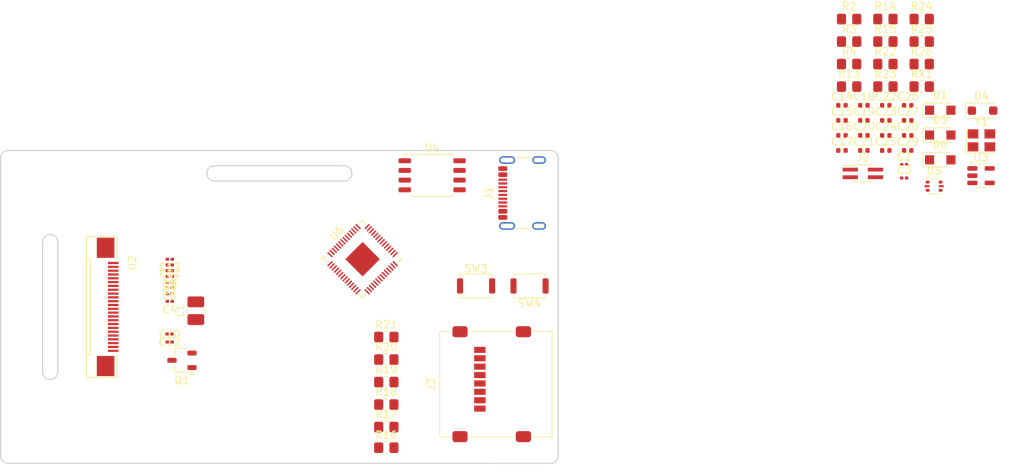
<source format=kicad_pcb>
(kicad_pcb (version 20241229) (generator "pcbnew") (generator_version "9.0")
  (layers (0 "F.Cu" signal) (4 "In1.Cu" signal) (6 "In2.Cu" signal) (2 "B.Cu" signal) (13 "F.Paste" user) (15 "B.Paste" user) (5 "F.SilkS" user "F.Silkscreen") (7 "B.SilkS" user "B.Silkscreen") (1 "F.Mask" user) (3 "B.Mask" user) (25 "Edge.Cuts" user))
  (net 0 "")
  (net 1 "GND")
  (net 2 "+1V1")
  (net 3 "+3V3")
  (net 4 "XOUT")
  (net 5 "XIN")
  (net 6 "+5V")
  (net 7 "GP25")
  (net 8 "D+")
  (net 9 "D-")
  (net 10 "Net-(J3-DAT1)")
  (net 11 "Net-(J3-DAT2)")
  (net 12 "Net-(J1-CC1)")
  (net 13 "Net-(J1-CC2)")
  (net 16 "/3.3V")
  (net 17 "Net-(U2-VCOM)")
  (net 18 "/PREVGL")
  (net 19 "Net-(U2-VSL)")
  (net 20 "DR+")
  (net 21 "QSPI_SS")
  (net 22 "DR-")
  (net 23 "PUSH")
  (net 24 "QSPI_SD3")
  (net 25 "QSPI_SD0")
  (net 26 "QSPI_SD2")
  (net 27 "QSPI_SD1")
  (net 28 "QSPI_SCLK")
  (net 29 "GPIO23")
  (net 30 "GPIO26_ADC3")
  (net 31 "GPIO8")
  (net 32 "GPIO17")
  (net 33 "GPIO24")
  (net 34 "GPIO11")
  (net 35 "RUN")
  (net 36 "GPIO12")
  (net 37 "GPIO13")
  (net 38 "GPIO21")
  (net 39 "GPIO22")
  (net 40 "GPIO14")
  (net 41 "GPIO26_ADC0")
  (net 42 "SWD")
  (net 43 "GPIO9")
  (net 44 "GPIO6")
  (net 45 "GPIO26_ADC1")
  (net 46 "GPIO1")
  (net 47 "GPIO18")
  (net 48 "GPIO10")
  (net 49 "GPIO19")
  (net 50 "GPIO0")
  (net 51 "GPIO15")
  (net 52 "GPIO16")
  (net 53 "GPIO20")
  (net 54 "SWCLK")
  (net 55 "GPIO7")
  (net 56 "/PREVGH")
  (net 57 "Net-(U2-VSH)")
  (net 58 "SD_MISO")
  (net 59 "SD_MOSI")
  (net 60 "SD_CS")
  (net 61 "SD_CLK")
  (net 62 "DUPC-")
  (net 63 "DUPC+")
  (net 64 "Net-(U2-VPP)")
  (net 65 "Net-(U2-VDD)")
  (net 66 "/eMOSI")
  (net 67 "/eCLK")
  (net 68 "/eCS")
  (net 69 "/eDC")
  (net 70 "/eRST")
  (net 71 "/eBUSY")
  (net 72 "/eBS")
  (net 75 "Net-(U2-VGH)")
  (net 76 "Net-(U2-VGL)")
  (net 77 "/RESE")
  (net 78 "/GDR")
  (net 80 "Net-(C15-Pad1)")
  (net 81 "Net-(D4-A)")
  (net 82 "Net-(R14-Pad1)")
  (net 83 "Net-(U3-EN)")
  (net 85 "Net-(D1-A)")
  (net 86 "Net-(D6-A)")
  (footprint "Package_DFN_QFN:QFN-56-1EP_7x7mm_P0.4mm_EP3.2x3.2mm" (layer "F.Cu") (at 89.895056 95.743585 45)
    (property "Reference" "U6" (at 0 -4.83 45) (layer "F.SilkS"))
    (property "Value" "RP2040")
    (pad "1" smd roundrect (at -3.4375 -2.6 45) (size 0.875 0.2) (layers "F.Cu" "F.Mask" "F.Paste") (net 3 "+3V3"))
    (pad "2" smd roundrect (at -3.4375 -2.199999 45) (size 0.875 0.2) (layers "F.Cu" "F.Mask" "F.Paste") (net 50 "GPIO0"))
    (pad "3" smd roundrect (at -3.4375 -1.8 45) (size 0.875 0.2) (layers "F.Cu" "F.Mask" "F.Paste") (net 46 "GPIO1"))
    (pad "4" smd roundrect (at -3.4375 -1.4 45) (size 0.875 0.2) (layers "F.Cu" "F.Mask" "F.Paste") (net 61 "SD_CLK"))
    (pad "5" smd roundrect (at -3.4375 -1 45) (size 0.875 0.2) (layers "F.Cu" "F.Mask" "F.Paste") (net 59 "SD_MOSI"))
    (pad "6" smd roundrect (at -3.4375 -0.600001 45) (size 0.875 0.2) (layers "F.Cu" "F.Mask" "F.Paste") (net 58 "SD_MISO"))
    (pad "7" smd roundrect (at -3.4375 -0.2 45) (size 0.875 0.2) (layers "F.Cu" "F.Mask" "F.Paste") (net 60 "SD_CS"))
    (pad "8" smd roundrect (at -3.4375 0.2 45) (size 0.875 0.2) (layers "F.Cu" "F.Mask" "F.Paste") (net 44 "GPIO6"))
    (pad "9" smd roundrect (at -3.4375 0.600001 45) (size 0.875 0.2) (layers "F.Cu" "F.Mask" "F.Paste") (net 55 "GPIO7"))
    (pad "10" smd roundrect (at -3.4375 1 45) (size 0.875 0.2) (layers "F.Cu" "F.Mask" "F.Paste") (net 3 "+3V3"))
    (pad "11" smd roundrect (at -3.4375 1.4 45) (size 0.875 0.2) (layers "F.Cu" "F.Mask" "F.Paste") (net 31 "GPIO8"))
    (pad "12" smd roundrect (at -3.4375 1.8 45) (size 0.875 0.2) (layers "F.Cu" "F.Mask" "F.Paste") (net 43 "GPIO9"))
    (pad "13" smd roundrect (at -3.4375 2.199999 45) (size 0.875 0.2) (layers "F.Cu" "F.Mask" "F.Paste") (net 48 "GPIO10"))
    (pad "14" smd roundrect (at -3.4375 2.6 45) (size 0.875 0.2) (layers "F.Cu" "F.Mask" "F.Paste") (net 34 "GPIO11"))
    (pad "15" smd roundrect (at -2.6 3.4375 45) (size 0.2 0.875) (layers "F.Cu" "F.Mask" "F.Paste") (net 36 "GPIO12"))
    (pad "16" smd roundrect (at -2.199999 3.4375 45) (size 0.2 0.875) (layers "F.Cu" "F.Mask" "F.Paste") (net 37 "GPIO13"))
    (pad "17" smd roundrect (at -1.8 3.4375 45) (size 0.2 0.875) (layers "F.Cu" "F.Mask" "F.Paste") (net 40 "GPIO14"))
    (pad "18" smd roundrect (at -1.4 3.4375 45) (size 0.2 0.875) (layers "F.Cu" "F.Mask" "F.Paste") (net 51 "GPIO15"))
    (pad "19" smd roundrect (at -1 3.4375 45) (size 0.2 0.875) (layers "F.Cu" "F.Mask" "F.Paste") (net 1 "GND"))
    (pad "20" smd roundrect (at -0.600001 3.4375 45) (size 0.2 0.875) (layers "F.Cu" "F.Mask" "F.Paste") (net 5 "XIN"))
    (pad "21" smd roundrect (at -0.2 3.4375 45) (size 0.2 0.875) (layers "F.Cu" "F.Mask" "F.Paste") (net 4 "XOUT"))
    (pad "22" smd roundrect (at 0.2 3.4375 45) (size 0.2 0.875) (layers "F.Cu" "F.Mask" "F.Paste") (net 3 "+3V3"))
    (pad "23" smd roundrect (at 0.600001 3.4375 45) (size 0.2 0.875) (layers "F.Cu" "F.Mask" "F.Paste") (net 2 "+1V1"))
    (pad "24" smd roundrect (at 1 3.4375 45) (size 0.2 0.875) (layers "F.Cu" "F.Mask" "F.Paste") (net 54 "SWCLK"))
    (pad "25" smd roundrect (at 1.4 3.4375 45) (size 0.2 0.875) (layers "F.Cu" "F.Mask" "F.Paste") (net 42 "SWD"))
    (pad "26" smd roundrect (at 1.8 3.4375 45) (size 0.2 0.875) (layers "F.Cu" "F.Mask" "F.Paste") (net 35 "RUN"))
    (pad "27" smd roundrect (at 2.199999 3.4375 45) (size 0.2 0.875) (layers "F.Cu" "F.Mask" "F.Paste") (net 52 "GPIO16"))
    (pad "28" smd roundrect (at 2.6 3.4375 45) (size 0.2 0.875) (layers "F.Cu" "F.Mask" "F.Paste") (net 32 "GPIO17"))
    (pad "29" smd roundrect (at 3.4375 2.6 45) (size 0.875 0.2) (layers "F.Cu" "F.Mask" "F.Paste") (net 47 "GPIO18"))
    (pad "30" smd roundrect (at 3.4375 2.199999 45) (size 0.875 0.2) (layers "F.Cu" "F.Mask" "F.Paste") (net 49 "GPIO19"))
    (pad "31" smd roundrect (at 3.4375 1.8 45) (size 0.875 0.2) (layers "F.Cu" "F.Mask" "F.Paste") (net 53 "GPIO20"))
    (pad "32" smd roundrect (at 3.4375 1.4 45) (size 0.875 0.2) (layers "F.Cu" "F.Mask" "F.Paste") (net 38 "GPIO21"))
    (pad "33" smd roundrect (at 3.4375 1 45) (size 0.875 0.2) (layers "F.Cu" "F.Mask" "F.Paste") (net 3 "+3V3"))
    (pad "34" smd roundrect (at 3.4375 0.600001 45) (size 0.875 0.2) (layers "F.Cu" "F.Mask" "F.Paste") (net 39 "GPIO22"))
    (pad "35" smd roundrect (at 3.4375 0.2 45) (size 0.875 0.2) (layers "F.Cu" "F.Mask" "F.Paste") (net 29 "GPIO23"))
    (pad "36" smd roundrect (at 3.4375 -0.2 45) (size 0.875 0.2) (layers "F.Cu" "F.Mask" "F.Paste") (net 33 "GPIO24"))
    (pad "37" smd roundrect (at 3.4375 -0.600001 45) (size 0.875 0.2) (layers "F.Cu" "F.Mask" "F.Paste") (net 7 "GP25"))
    (pad "38" smd roundrect (at 3.4375 -1 45) (size 0.875 0.2) (layers "F.Cu" "F.Mask" "F.Paste") (net 41 "GPIO26_ADC0"))
    (pad "39" smd roundrect (at 3.4375 -1.4 45) (size 0.875 0.2) (layers "F.Cu" "F.Mask" "F.Paste") (net 45 "GPIO26_ADC1"))
    (pad "40" smd roundrect (at 3.4375 -1.8 45) (size 0.875 0.2) (layers "F.Cu" "F.Mask" "F.Paste") (net 23 "PUSH"))
    (pad "41" smd roundrect (at 3.4375 -2.199999 45) (size 0.875 0.2) (layers "F.Cu" "F.Mask" "F.Paste") (net 30 "GPIO26_ADC3"))
    (pad "42" smd roundrect (at 3.4375 -2.6 45) (size 0.875 0.2) (layers "F.Cu" "F.Mask" "F.Paste") (net 3 "+3V3"))
    (pad "43" smd roundrect (at 2.6 -3.4375 45) (size 0.2 0.875) (layers "F.Cu" "F.Mask" "F.Paste") (net 3 "+3V3"))
    (pad "44" smd roundrect (at 2.199999 -3.4375 45) (size 0.2 0.875) (layers "F.Cu" "F.Mask" "F.Paste") (net 3 "+3V3"))
    (pad "45" smd roundrect (at 1.8 -3.4375 45) (size 0.2 0.875) (layers "F.Cu" "F.Mask" "F.Paste") (net 2 "+1V1"))
    (pad "46" smd roundrect (at 1.4 -3.4375 45) (size 0.2 0.875) (layers "F.Cu" "F.Mask" "F.Paste") (net 22 "DR-"))
    (pad "47" smd roundrect (at 1 -3.4375 45) (size 0.2 0.875) (layers "F.Cu" "F.Mask" "F.Paste") (net 20 "DR+"))
    (pad "48" smd roundrect (at 0.600001 -3.4375 45) (size 0.2 0.875) (layers "F.Cu" "F.Mask" "F.Paste") (net 3 "+3V3"))
    (pad "49" smd roundrect (at 0.2 -3.4375 45) (size 0.2 0.875) (layers "F.Cu" "F.Mask" "F.Paste") (net 3 "+3V3"))
    (pad "50" smd roundrect (at -0.2 -3.4375 45) (size 0.2 0.875) (layers "F.Cu" "F.Mask" "F.Paste") (net 2 "+1V1"))
    (pad "51" smd roundrect (at -0.600001 -3.4375 45) (size 0.2 0.875) (layers "F.Cu" "F.Mask" "F.Paste") (net 24 "QSPI_SD3"))
    (pad "52" smd roundrect (at -1 -3.4375 45) (size 0.2 0.875) (layers "F.Cu" "F.Mask" "F.Paste") (net 28 "QSPI_SCLK"))
    (pad "53" smd roundrect (at -1.4 -3.4375 45) (size 0.2 0.875) (layers "F.Cu" "F.Mask" "F.Paste") (net 25 "QSPI_SD0"))
    (pad "54" smd roundrect (at -1.8 -3.4375 45) (size 0.2 0.875) (layers "F.Cu" "F.Mask" "F.Paste") (net 26 "QSPI_SD2"))
    (pad "55" smd roundrect (at -2.199999 -3.4375 45) (size 0.2 0.875) (layers "F.Cu" "F.Mask" "F.Paste") (net 27 "QSPI_SD1"))
    (pad "56" smd roundrect (at -2.6 -3.4375 45) (size 0.2 0.875) (layers "F.Cu" "F.Mask" "F.Paste") (net 21 "QSPI_SS"))
    (pad "57" smd rect (at 0 0 45) (size 3.2 3.2) (property pad_prop_heatsink) (layers "F.Cu" "F.Mask") (net 1 "GND"))
  )
  (footprint "Resistor_SMD:R_0805_2012Metric_Pad1.20x1.40mm_HandSolder" (layer "F.Cu") (at 158.3425 73.125)
    (property "Reference" "R23" (at 0 -1.65 0) (layer "F.SilkS"))
    (property "Value" "5.1K")
    (pad "1" smd roundrect (at -1 0) (size 1.2 1.4) (layers "F.Cu" "F.Mask" "F.Paste") (roundrect_rratio 0.208333) (net 12 "Net-(J1-CC1)"))
    (pad "2" smd roundrect (at 1 0) (size 1.2 1.4) (layers "F.Cu" "F.Mask" "F.Paste") (roundrect_rratio 0.208333) (net 1 "GND"))
  )
  (footprint "Capacitor_SMD:C_0402_1005Metric" (layer "F.Cu") (at 158.3925 77.555)
    (property "Reference" "C23" (at 0 -1.16 0) (layer "F.SilkS"))
    (property "Value" "100nF")
    (pad "1" smd roundrect (at -0.48 0) (size 0.56 0.62) (layers "F.Cu" "F.Mask" "F.Paste") (net 3 "+3V3"))
    (pad "2" smd roundrect (at 0.48 0) (size 0.56 0.62) (layers "F.Cu" "F.Mask" "F.Paste") (net 1 "GND"))
  )
  (footprint "Capacitor_SMD:C_0201_0603Metric" (layer "F.Cu") (at 64.655 99.5 180)
    (property "Reference" "C6" (at 0 -1.05 0) (layer "F.SilkS"))
    (property "Value" "1u")
    (pad "1" smd roundrect (at -0.32 0 180) (size 0.46 0.4) (layers "F.Cu" "F.Mask") (net 64 "Net-(U2-VPP)"))
    (pad "2" smd roundrect (at 0.32 0 180) (size 0.46 0.4) (layers "F.Cu" "F.Mask") (net 1 "GND"))
  )
  (footprint "Connector_USB:USB_C_Receptacle_GCT_USB4105-xx-A_16P_TopMnt_Horizontal" (layer "F.Cu") (at 111.925 87.07 90)
    (property "Reference" "J1" (at 0 -5.5 90) (layer "F.SilkS"))
    (property "Value" "USB_C_Receptacle_USB2.0_16P")
    (pad "A1" smd roundrect (at -3.2 -3.68 90) (size 0.6 1.15) (layers "F.Cu" "F.Mask" "F.Paste") (net 1 "GND"))
    (pad "A4" smd roundrect (at -2.4 -3.68 90) (size 0.6 1.15) (layers "F.Cu" "F.Mask" "F.Paste") (net 81 "Net-(D4-A)"))
    (pad "A5" smd roundrect (at -1.25 -3.68 90) (size 0.3 1.15) (layers "F.Cu" "F.Mask" "F.Paste") (net 12 "Net-(J1-CC1)"))
    (pad "A6" smd roundrect (at -0.25 -3.68 90) (size 0.3 1.15) (layers "F.Cu" "F.Mask" "F.Paste") (net 63 "DUPC+"))
    (pad "A7" smd roundrect (at 0.25 -3.68 90) (size 0.3 1.15) (layers "F.Cu" "F.Mask" "F.Paste") (net 62 "DUPC-"))
    (pad "A8" smd roundrect (at 1.25 -3.68 90) (size 0.3 1.15) (layers "F.Cu" "F.Mask" "F.Paste"))
    (pad "A9" smd roundrect (at 2.4 -3.68 90) (size 0.6 1.15) (layers "F.Cu" "F.Mask" "F.Paste") (net 81 "Net-(D4-A)"))
    (pad "A12" smd roundrect (at 3.2 -3.68 90) (size 0.6 1.15) (layers "F.Cu" "F.Mask" "F.Paste") (net 1 "GND"))
    (pad "B1" smd roundrect (at 3.2 -3.68 90) (size 0.6 1.15) (layers "F.Cu" "F.Mask" "F.Paste") (net 1 "GND"))
    (pad "B4" smd roundrect (at 2.4 -3.68 90) (size 0.6 1.15) (layers "F.Cu" "F.Mask" "F.Paste") (net 81 "Net-(D4-A)"))
    (pad "B5" smd roundrect (at 1.75 -3.68 90) (size 0.3 1.15) (layers "F.Cu" "F.Mask" "F.Paste") (net 13 "Net-(J1-CC2)"))
    (pad "B6" smd roundrect (at 0.75 -3.68 90) (size 0.3 1.15) (layers "F.Cu" "F.Mask" "F.Paste") (net 63 "DUPC+"))
    (pad "B7" smd roundrect (at -0.75 -3.68 90) (size 0.3 1.15) (layers "F.Cu" "F.Mask" "F.Paste") (net 62 "DUPC-"))
    (pad "B8" smd roundrect (at -1.75 -3.68 90) (size 0.3 1.15) (layers "F.Cu" "F.Mask" "F.Paste"))
    (pad "B9" smd roundrect (at -2.4 -3.68 90) (size 0.6 1.15) (layers "F.Cu" "F.Mask" "F.Paste") (net 81 "Net-(D4-A)"))
    (pad "B12" smd roundrect (at -3.2 -3.68 90) (size 0.6 1.15) (layers "F.Cu" "F.Mask" "F.Paste") (net 1 "GND"))
    (pad "S1" thru_hole oval (at -4.32 -3.105 90) (size 1 2.1) (drill oval 0.6 1.7) (property pad_prop_heatsink) (layers "*.Cu" "*.Mask" "F.Paste") (net 1 "GND"))
    (pad "S1" thru_hole oval (at -4.32 1.075 90) (size 1 1.8) (drill oval 0.6 1.4) (property pad_prop_heatsink) (layers "*.Cu" "*.Mask" "F.Paste") (net 1 "GND"))
    (pad "S1" thru_hole oval (at 4.32 -3.105 90) (size 1 2.1) (drill oval 0.6 1.7) (property pad_prop_heatsink) (layers "*.Cu" "*.Mask" "F.Paste") (net 1 "GND"))
    (pad "S1" thru_hole oval (at 4.32 1.075 90) (size 1 1.8) (drill oval 0.6 1.4) (property pad_prop_heatsink) (layers "*.Cu" "*.Mask" "F.Paste") (net 1 "GND"))
  )
  (footprint "Capacitor_SMD:C_0402_1005Metric" (layer "F.Cu") (at 155.5225 77.555)
    (property "Reference" "C19" (at 0 -1.16 0) (layer "F.SilkS"))
    (property "Value" "100nF")
    (pad "1" smd roundrect (at -0.48 0) (size 0.56 0.62) (layers "F.Cu" "F.Mask" "F.Paste") (net 2 "+1V1"))
    (pad "2" smd roundrect (at 0.48 0) (size 0.56 0.62) (layers "F.Cu" "F.Mask" "F.Paste") (net 1 "GND"))
  )
  (footprint "Resistor_SMD:R_0805_2012Metric_Pad1.20x1.40mm_HandSolder" (layer "F.Cu") (at 158.3425 67.225)
    (property "Reference" "R15" (at 0 -1.65 0) (layer "F.SilkS"))
    (property "Value" "DNF")
    (pad "1" smd roundrect (at -1 0) (size 1.2 1.4) (layers "F.Cu" "F.Mask" "F.Paste") (roundrect_rratio 0.208333) (net 3 "+3V3"))
    (pad "2" smd roundrect (at 1 0) (size 1.2 1.4) (layers "F.Cu" "F.Mask" "F.Paste") (roundrect_rratio 0.208333) (net 21 "QSPI_SS"))
  )
  (footprint "Button_Switch_SMD:SW_Push_SPST_NO_Alps_SKRK" (layer "F.Cu") (at 104.75 99.25)
    (property "Reference" "SW3" (at 0 -2.25 0) (layer "F.SilkS"))
    (property "Value" "BOOT_SEL")
    (pad "1" smd roundrect (at -2.1 0) (size 0.8 2) (layers "F.Cu" "F.Mask" "F.Paste") (net 1 "GND"))
    (pad "2" smd roundrect (at 2.1 0) (size 0.8 2) (layers "F.Cu" "F.Mask" "F.Paste") (net 82 "Net-(R14-Pad1)"))
  )
  (footprint "Capacitor_SMD:C_0402_1005Metric" (layer "F.Cu") (at 155.5225 81.495)
    (property "Reference" "C21" (at 0 -1.16 0) (layer "F.SilkS"))
    (property "Value" "1uF")
    (pad "1" smd roundrect (at -0.48 0) (size 0.56 0.62) (layers "F.Cu" "F.Mask" "F.Paste") (net 2 "+1V1"))
    (pad "2" smd roundrect (at 0.48 0) (size 0.56 0.62) (layers "F.Cu" "F.Mask" "F.Paste") (net 1 "GND"))
  )
  (footprint "Capacitor_SMD:C_0201_0603Metric" (layer "F.Cu") (at 64.655 101.27 180)
    (property "Reference" "C4" (at 0 -1.05 0) (layer "F.SilkS"))
    (property "Value" "0.1u")
    (pad "1" smd roundrect (at -0.32 0 180) (size 0.46 0.4) (layers "F.Cu" "F.Mask") (net 16 "/3.3V"))
    (pad "2" smd roundrect (at 0.32 0 180) (size 0.46 0.4) (layers "F.Cu" "F.Mask") (net 1 "GND"))
  )
  (footprint "Capacitor_SMD:C_0402_1005Metric" (layer "F.Cu") (at 155.5225 75.585)
    (property "Reference" "C18" (at 0 -1.16 0) (layer "F.SilkS"))
    (property "Value" "1uF")
    (pad "1" smd roundrect (at -0.48 0) (size 0.56 0.62) (layers "F.Cu" "F.Mask" "F.Paste") (net 1 "GND"))
    (pad "2" smd roundrect (at 0.48 0) (size 0.56 0.62) (layers "F.Cu" "F.Mask" "F.Paste") (net 3 "+3V3"))
  )
  (footprint "Resistor_SMD:R_0805_2012Metric_Pad1.20x1.40mm_HandSolder" (layer "F.Cu") (at 93 105.95)
    (property "Reference" "R21" (at 0 -1.65 0) (layer "F.SilkS"))
    (property "Value" "10k")
    (pad "1" smd roundrect (at -1 0) (size 1.2 1.4) (layers "F.Cu" "F.Mask" "F.Paste") (roundrect_rratio 0.208333) (net 3 "+3V3"))
    (pad "2" smd roundrect (at 1 0) (size 1.2 1.4) (layers "F.Cu" "F.Mask" "F.Paste") (roundrect_rratio 0.208333) (net 10 "Net-(J3-DAT1)"))
  )
  (footprint "Resistor_SMD:R_0805_2012Metric_Pad1.20x1.40mm_HandSolder" (layer "F.Cu") (at 153.5925 64.275)
    (property "Reference" "R2" (at 0 -1.65 0) (layer "F.SilkS"))
    (property "Value" "20k")
    (pad "1" smd roundrect (at -1 0) (size 1.2 1.4) (layers "F.Cu" "F.Mask" "F.Paste") (roundrect_rratio 0.208333) (net 72 "/eBS"))
    (pad "2" smd roundrect (at 1 0) (size 1.2 1.4) (layers "F.Cu" "F.Mask" "F.Paste") (roundrect_rratio 0.208333) (net 1 "GND"))
  )
  (footprint "Resistor_SMD:R_0805_2012Metric_Pad1.20x1.40mm_HandSolder" (layer "F.Cu") (at 158.3425 70.175)
    (property "Reference" "R22" (at 0 -1.65 0) (layer "F.SilkS"))
    (property "Value" "5.1K")
    (pad "1" smd roundrect (at -1 0) (size 1.2 1.4) (layers "F.Cu" "F.Mask" "F.Paste") (roundrect_rratio 0.208333) (net 6 "+5V"))
    (pad "2" smd roundrect (at 1 0) (size 1.2 1.4) (layers "F.Cu" "F.Mask" "F.Paste") (roundrect_rratio 0.208333) (net 83 "Net-(U3-EN)"))
  )
  (footprint "Capacitor_SMD:C_0402_1005Metric" (layer "F.Cu") (at 158.3925 81.495)
    (property "Reference" "C25" (at 0 -1.16 0) (layer "F.SilkS"))
    (property "Value" "100nF")
    (pad "1" smd roundrect (at -0.48 0) (size 0.56 0.62) (layers "F.Cu" "F.Mask" "F.Paste") (net 3 "+3V3"))
    (pad "2" smd roundrect (at 0.48 0) (size 0.56 0.62) (layers "F.Cu" "F.Mask" "F.Paste") (net 1 "GND"))
  )
  (footprint "Capacitor_SMD:C_0201_0603Metric" (layer "F.Cu") (at 160.7925 85.105)
    (property "Reference" "C3" (at 0 -1.05 0) (layer "F.SilkS"))
    (property "Value" "1u")
    (pad "1" smd roundrect (at -0.32 0) (size 0.46 0.4) (layers "F.Cu" "F.Mask") (net 85 "Net-(D1-A)"))
    (pad "2" smd roundrect (at 0.32 0) (size 0.46 0.4) (layers "F.Cu" "F.Mask") (net 86 "Net-(D6-A)"))
  )
  (footprint "Capacitor_SMD:C_0201_0603Metric" (layer "F.Cu") (at 64.655 97.25 180)
    (property "Reference" "C9" (at 0 -1.05 0) (layer "F.SilkS"))
    (property "Value" "1u")
    (pad "1" smd roundrect (at -0.32 0 180) (size 0.46 0.4) (layers "F.Cu" "F.Mask") (net 19 "Net-(U2-VSL)"))
    (pad "2" smd roundrect (at 0.32 0 180) (size 0.46 0.4) (layers "F.Cu" "F.Mask") (net 1 "GND"))
  )
  (footprint "Resistor_SMD:R_0805_2012Metric_Pad1.20x1.40mm_HandSolder" (layer "F.Cu") (at 163.0925 70.175)
    (property "Reference" "R26" (at 0 -1.65 0) (layer "F.SilkS"))
    (property "Value" "27.4")
    (pad "1" smd roundrect (at -1 0) (size 1.2 1.4) (layers "F.Cu" "F.Mask" "F.Paste") (roundrect_rratio 0.208333) (net 22 "DR-"))
    (pad "2" smd roundrect (at 1 0) (size 1.2 1.4) (layers "F.Cu" "F.Mask" "F.Paste") (roundrect_rratio 0.208333) (net 9 "D-"))
  )
  (footprint "Capacitor_SMD:C_0201_0603Metric" (layer "F.Cu") (at 64.655 98.75 180)
    (property "Reference" "C7" (at 0 -1.05 0) (layer "F.SilkS"))
    (property "Value" "1u")
    (pad "1" smd roundrect (at -0.32 0 180) (size 0.46 0.4) (layers "F.Cu" "F.Mask") (net 57 "Net-(U2-VSH)"))
    (pad "2" smd roundrect (at 0.32 0 180) (size 0.46 0.4) (layers "F.Cu" "F.Mask") (net 1 "GND"))
  )
  (footprint "Resistor_SMD:R_0805_2012Metric_Pad1.20x1.40mm_HandSolder" (layer "F.Cu") (at 153.5925 70.175)
    (property "Reference" "R4" (at 0 -1.65 0) (layer "F.SilkS"))
    (property "Value" "3")
    (pad "1" smd roundrect (at -1 0) (size 1.2 1.4) (layers "F.Cu" "F.Mask" "F.Paste") (roundrect_rratio 0.208333) (net 77 "/RESE"))
    (pad "2" smd roundrect (at 1 0) (size 1.2 1.4) (layers "F.Cu" "F.Mask" "F.Paste") (roundrect_rratio 0.208333) (net 1 "GND"))
  )
  (footprint "Resistor_SMD:R_0805_2012Metric_Pad1.20x1.40mm_HandSolder" (layer "F.Cu") (at 153.5925 67.225)
    (property "Reference" "R3" (at 0 -1.65 0) (layer "F.SilkS"))
    (property "Value" "20k")
    (pad "1" smd roundrect (at -1 0) (size 1.2 1.4) (layers "F.Cu" "F.Mask" "F.Paste") (roundrect_rratio 0.208333) (net 78 "/GDR"))
    (pad "2" smd roundrect (at 1 0) (size 1.2 1.4) (layers "F.Cu" "F.Mask" "F.Paste") (roundrect_rratio 0.208333) (net 1 "GND"))
  )
  (footprint "Capacitor_SMD:C_0402_1005Metric" (layer "F.Cu") (at 152.6525 77.555)
    (property "Reference" "C15" (at 0 -1.16 0) (layer "F.SilkS"))
    (property "Value" "15pF")
    (pad "1" smd roundrect (at -0.48 0) (size 0.56 0.62) (layers "F.Cu" "F.Mask" "F.Paste") (net 80 "Net-(C15-Pad1)"))
    (pad "2" smd roundrect (at 0.48 0) (size 0.56 0.62) (layers "F.Cu" "F.Mask" "F.Paste") (net 1 "GND"))
  )
  (footprint "Capacitor_SMD:C_0201_0603Metric" (layer "F.Cu") (at 64.655 95.75 180)
    (property "Reference" "C13" (at 0 -1.05 0) (layer "F.SilkS"))
    (property "Value" "1u")
    (pad "1" smd roundrect (at -0.32 0 180) (size 0.46 0.4) (layers "F.Cu" "F.Mask") (net 17 "Net-(U2-VCOM)"))
    (pad "2" smd roundrect (at 0.32 0 180) (size 0.46 0.4) (layers "F.Cu" "F.Mask") (net 1 "GND"))
  )
  (footprint "Package_TO_SOT_SMD:SOT-23-5" (layer "F.Cu") (at 170.8625 84.8)
    (property "Reference" "U3" (at 0 -2.4 0) (layer "F.SilkS"))
    (property "Value" "AP2112K-3.3")
    (pad "1" smd roundrect (at -1.1375 -0.95) (size 1.325 0.6) (layers "F.Cu" "F.Mask" "F.Paste") (net 6 "+5V"))
    (pad "2" smd roundrect (at -1.1375 0) (size 1.325 0.6) (layers "F.Cu" "F.Mask" "F.Paste") (net 1 "GND"))
    (pad "3" smd roundrect (at -1.1375 0.95) (size 1.325 0.6) (layers "F.Cu" "F.Mask" "F.Paste") (net 83 "Net-(U3-EN)"))
    (pad "4" smd roundrect (at 1.1375 0.95) (size 1.325 0.6) (layers "F.Cu" "F.Mask" "F.Paste"))
    (pad "5" smd roundrect (at 1.1375 -0.95) (size 1.325 0.6) (layers "F.Cu" "F.Mask" "F.Paste") (net 3 "+3V3"))
  )
  (footprint "Capacitor_SMD:C_0201_0603Metric" (layer "F.Cu") (at 64.655 98 180)
    (property "Reference" "C8" (at 0 -1.05 0) (layer "F.SilkS"))
    (property "Value" "1u")
    (pad "1" smd roundrect (at -0.32 0 180) (size 0.46 0.4) (layers "F.Cu" "F.Mask") (net 56 "/PREVGH"))
    (pad "2" smd roundrect (at 0.32 0 180) (size 0.46 0.4) (layers "F.Cu" "F.Mask") (net 1 "GND"))
  )
  (footprint "Capacitor_SMD:C_0402_1005Metric" (layer "F.Cu") (at 161.2625 77.555)
    (property "Reference" "C27" (at 0 -1.16 0) (layer "F.SilkS"))
    (property "Value" "100nF")
    (pad "1" smd roundrect (at -0.48 0) (size 0.56 0.62) (layers "F.Cu" "F.Mask" "F.Paste") (net 3 "+3V3"))
    (pad "2" smd roundrect (at 0.48 0) (size 0.56 0.62) (layers "F.Cu" "F.Mask" "F.Paste") (net 1 "GND"))
  )
  (footprint "Resistor_SMD:R_0805_2012Metric_Pad1.20x1.40mm_HandSolder" (layer "F.Cu") (at 93 111.85)
    (property "Reference" "R19" (at 0 -1.65 0) (layer "F.SilkS"))
    (property "Value" "10k")
    (pad "1" smd roundrect (at -1 0) (size 1.2 1.4) (layers "F.Cu" "F.Mask" "F.Paste") (roundrect_rratio 0.208333) (net 3 "+3V3"))
    (pad "2" smd roundrect (at 1 0) (size 1.2 1.4) (layers "F.Cu" "F.Mask" "F.Paste") (roundrect_rratio 0.208333) (net 61 "SD_CLK"))
  )
  (footprint "Connector_Card:microSD_HC_Molex_47219-2001" (layer "F.Cu") (at 107.35 112.125 90)
    (property "Reference" "J3" (at 0 -8.5 90) (layer "F.SilkS"))
    (property "Value" "Micro_SD_Card")
    (pad "1" smd rect (at -3.205 -2.1 90) (size 0.8 1.5) (layers "F.Cu" "F.Mask" "F.Paste") (net 11 "Net-(J3-DAT2)"))
    (pad "2" smd rect (at -2.105 -2.1 90) (size 0.8 1.5) (layers "F.Cu" "F.Mask" "F.Paste") (net 60 "SD_CS"))
    (pad "3" smd rect (at -1.005 -2.1 90) (size 0.8 1.5) (layers "F.Cu" "F.Mask" "F.Paste") (net 59 "SD_MOSI"))
    (pad "4" smd rect (at 0.095 -2.1 90) (size 0.8 1.5) (layers "F.Cu" "F.Mask" "F.Paste") (net 3 "+3V3"))
    (pad "5" smd rect (at 1.195 -2.1 90) (size 0.8 1.5) (layers "F.Cu" "F.Mask" "F.Paste") (net 61 "SD_CLK"))
    (pad "6" smd rect (at 2.295 -2.1 90) (size 0.8 1.5) (layers "F.Cu" "F.Mask" "F.Paste") (net 1 "GND"))
    (pad "7" smd rect (at 3.395 -2.1 90) (size 0.8 1.5) (layers "F.Cu" "F.Mask" "F.Paste") (net 58 "SD_MISO"))
    (pad "8" smd rect (at 4.495 -2.1 90) (size 0.8 1.5) (layers "F.Cu" "F.Mask" "F.Paste") (net 10 "Net-(J3-DAT1)"))
    (pad "9" smd roundrect (at -6.875 -4.7 90) (size 1.45 2) (layers "F.Cu" "F.Mask" "F.Paste") (net 1 "GND"))
    (pad "9" smd roundrect (at -6.875 3.6 90) (size 1.45 2) (layers "F.Cu" "F.Mask" "F.Paste") (net 1 "GND"))
    (pad "9" smd roundrect (at 6.875 -4.7 90) (size 1.45 2) (layers "F.Cu" "F.Mask" "F.Paste") (net 1 "GND"))
    (pad "9" smd roundrect (at 6.875 3.6 90) (size 1.45 2) (layers "F.Cu" "F.Mask" "F.Paste") (net 1 "GND"))
  )
  (footprint "Capacitor_SMD:C_0201_0603Metric" (layer "F.Cu") (at 64.655 96.5 180)
    (property "Reference" "C11" (at 0 -1.05 0) (layer "F.SilkS"))
    (property "Value" "1u")
    (pad "1" smd roundrect (at -0.32 0 180) (size 0.46 0.4) (layers "F.Cu" "F.Mask") (net 18 "/PREVGL"))
    (pad "2" smd roundrect (at 0.32 0 180) (size 0.46 0.4) (layers "F.Cu" "F.Mask") (net 1 "GND"))
  )
  (footprint "Resistor_SMD:R_0805_2012Metric_Pad1.20x1.40mm_HandSolder" (layer "F.Cu") (at 153.5925 73.125)
    (property "Reference" "R13" (at 0 -1.65 0) (layer "F.SilkS"))
    (property "Value" "1k")
    (pad "1" smd roundrect (at -1 0) (size 1.2 1.4) (layers "F.Cu" "F.Mask" "F.Paste") (roundrect_rratio 0.208333) (net 4 "XOUT"))
    (pad "2" smd roundrect (at 1 0) (size 1.2 1.4) (layers "F.Cu" "F.Mask" "F.Paste") (roundrect_rratio 0.208333) (net 80 "Net-(C15-Pad1)"))
  )
  (footprint "Resistor_SMD:R_0805_2012Metric_Pad1.20x1.40mm_HandSolder" (layer "F.Cu") (at 158.3425 64.275)
    (property "Reference" "R14" (at 0 -1.65 0) (layer "F.SilkS"))
    (property "Value" "1k")
    (pad "1" smd roundrect (at -1 0) (size 1.2 1.4) (layers "F.Cu" "F.Mask" "F.Paste") (roundrect_rratio 0.208333) (net 82 "Net-(R14-Pad1)"))
    (pad "2" smd roundrect (at 1 0) (size 1.2 1.4) (layers "F.Cu" "F.Mask" "F.Paste") (roundrect_rratio 0.208333) (net 21 "QSPI_SS"))
  )
  (footprint "Capacitor_SMD:C_0201_0603Metric" (layer "F.Cu") (at 64.61 105.55 180)
    (property "Reference" "C12" (at 0 -1.05 0) (layer "F.SilkS"))
    (property "Value" "1u")
    (pad "1" smd roundrect (at -0.32 0 180) (size 0.46 0.4) (layers "F.Cu" "F.Mask") (net 75 "Net-(U2-VGH)"))
    (pad "2" smd roundrect (at 0.32 0 180) (size 0.46 0.4) (layers "F.Cu" "F.Mask") (net 1 "GND"))
  )
  (footprint "Capacitor_SMD:C_0402_1005Metric" (layer "F.Cu") (at 155.5225 79.525)
    (property "Reference" "C20" (at 0 -1.16 0) (layer "F.SilkS"))
    (property "Value" "100nF")
    (pad "1" smd roundrect (at -0.48 0) (size 0.56 0.62) (layers "F.Cu" "F.Mask" "F.Paste") (net 2 "+1V1"))
    (pad "2" smd roundrect (at 0.48 0) (size 0.56 0.62) (layers "F.Cu" "F.Mask" "F.Paste") (net 1 "GND"))
  )
  (footprint "Capacitor_SMD:C_0201_0603Metric" (layer "F.Cu") (at 64.655 100.27)
    (property "Reference" "C5" (at 0 -1.05 0) (layer "F.SilkS"))
    (property "Value" "1u")
    (pad "1" smd roundrect (at -0.32 0) (size 0.46 0.4) (layers "F.Cu" "F.Mask") (net 65 "Net-(U2-VDD)"))
    (pad "2" smd roundrect (at 0.32 0) (size 0.46 0.4) (layers "F.Cu" "F.Mask") (net 1 "GND"))
  )
  (footprint "Inductor_SMD:L_1008_2520Metric_Pad1.43x2.20mm_HandSolder" (layer "F.Cu") (at 68.06 102.5 90)
    (property "Reference" "L1" (at 0 -2.05 90) (layer "F.SilkS"))
    (property "Value" "68uH")
    (pad "1" smd roundrect (at -1.1625 0 90) (size 1.425 2.2) (layers "F.Cu" "F.Mask" "F.Paste") (roundrect_rratio 0.175439) (net 86 "Net-(D6-A)"))
    (pad "2" smd roundrect (at 1.1625 0 90) (size 1.425 2.2) (layers "F.Cu" "F.Mask" "F.Paste") (roundrect_rratio 0.175439) (net 16 "/3.3V"))
  )
  (footprint "Capacitor_SMD:C_0402_1005Metric" (layer "F.Cu") (at 158.3925 79.525)
    (property "Reference" "C24" (at 0 -1.16 0) (layer "F.SilkS"))
    (property "Value" "100nF")
    (pad "1" smd roundrect (at -0.48 0) (size 0.56 0.62) (layers "F.Cu" "F.Mask" "F.Paste") (net 3 "+3V3"))
    (pad "2" smd roundrect (at 0.48 0) (size 0.56 0.62) (layers "F.Cu" "F.Mask" "F.Paste") (net 1 "GND"))
  )
  (footprint "Capacitor_SMD:C_0402_1005Metric" (layer "F.Cu") (at 158.3925 75.585)
    (property "Reference" "C22" (at 0 -1.16 0) (layer "F.SilkS"))
    (property "Value" "1uF")
    (pad "1" smd roundrect (at -0.48 0) (size 0.56 0.62) (layers "F.Cu" "F.Mask" "F.Paste") (net 3 "+3V3"))
    (pad "2" smd roundrect (at 0.48 0) (size 0.56 0.62) (layers "F.Cu" "F.Mask" "F.Paste") (net 1 "GND"))
  )
  (footprint "Capacitor_SMD:C_0201_0603Metric" (layer "F.Cu") (at 64.64 106.6)
    (property "Reference" "C10" (at 0 -1.05 0) (layer "F.SilkS"))
    (property "Value" "1u")
    (pad "1" smd roundrect (at -0.32 0) (size 0.46 0.4) (layers "F.Cu" "F.Mask") (net 76 "Net-(U2-VGL)"))
    (pad "2" smd roundrect (at 0.32 0) (size 0.46 0.4) (layers "F.Cu" "F.Mask") (net 1 "GND"))
  )
  (footprint "Resistor_SMD:R_0805_2012Metric_Pad1.20x1.40mm_HandSolder" (layer "F.Cu") (at 163.0925 67.225)
    (property "Reference" "R25" (at 0 -1.65 0) (layer "F.SilkS"))
    (property "Value" "27.4")
    (pad "1" smd roundrect (at -1 0) (size 1.2 1.4) (layers "F.Cu" "F.Mask" "F.Paste") (roundrect_rratio 0.208333) (net 20 "DR+"))
    (pad "2" smd roundrect (at 1 0) (size 1.2 1.4) (layers "F.Cu" "F.Mask" "F.Paste") (roundrect_rratio 0.208333) (net 8 "D+"))
  )
  (footprint "Capacitor_SMD:C_0402_1005Metric" (layer "F.Cu") (at 152.6525 75.585)
    (property "Reference" "C14" (at 0 -1.16 0) (layer "F.SilkS"))
    (property "Value" "15pF")
    (pad "1" smd roundrect (at -0.48 0) (size 0.56 0.62) (layers "F.Cu" "F.Mask" "F.Paste") (net 5 "XIN"))
    (pad "2" smd roundrect (at 0.48 0) (size 0.56 0.62) (layers "F.Cu" "F.Mask" "F.Paste") (net 1 "GND"))
  )
  (footprint "Capacitor_SMD:C_0402_1005Metric" (layer "F.Cu") (at 161.2625 79.525)
    (property "Reference" "C28" (at 0 -1.16 0) (layer "F.SilkS"))
    (property "Value" "100nF")
    (pad "1" smd roundrect (at -0.48 0) (size 0.56 0.62) (layers "F.Cu" "F.Mask" "F.Paste") (net 3 "+3V3"))
    (pad "2" smd roundrect (at 0.48 0) (size 0.56 0.62) (layers "F.Cu" "F.Mask" "F.Paste") (net 1 "GND"))
  )
  (footprint "Package_TO_SOT_SMD:TSOT-23" (layer "F.Cu") (at 66.25 109 180)
    (property "Reference" "Q1" (at 0 -2.6 0) (layer "F.SilkS"))
    (property "Value" "DMG1012UW-7")
    (pad "1" smd roundrect (at -1.31 -0.95 180) (size 1.22 0.65) (layers "F.Cu" "F.Mask" "F.Paste") (net 78 "/GDR"))
    (pad "2" smd roundrect (at -1.31 0.95 180) (size 1.22 0.65) (layers "F.Cu" "F.Mask" "F.Paste") (net 77 "/RESE"))
    (pad "3" smd roundrect (at 1.31 0 180) (size 1.22 0.65) (layers "F.Cu" "F.Mask" "F.Paste") (net 86 "Net-(D6-A)"))
  )
  (footprint "Capacitor_SMD:C_0402_1005Metric" (layer "F.Cu") (at 161.2625 75.585)
    (property "Reference" "C26" (at 0 -1.16 0) (layer "F.SilkS"))
    (property "Value" "100nF")
    (pad "1" smd roundrect (at -0.48 0) (size 0.56 0.62) (layers "F.Cu" "F.Mask" "F.Paste") (net 3 "+3V3"))
    (pad "2" smd roundrect (at 0.48 0) (size 0.56 0.62) (layers "F.Cu" "F.Mask" "F.Paste") (net 1 "GND"))
  )
  (footprint "Capacitor_SMD:C_0402_1005Metric" (layer "F.Cu") (at 152.6525 79.525)
    (property "Reference" "C16" (at 0 -1.16 0) (layer "F.SilkS"))
    (property "Value" "1uF")
    (pad "1" smd roundrect (at -0.48 0) (size 0.56 0.62) (layers "F.Cu" "F.Mask" "F.Paste") (net 6 "+5V"))
    (pad "2" smd roundrect (at 0.48 0) (size 0.56 0.62) (layers "F.Cu" "F.Mask" "F.Paste") (net 1 "GND"))
  )
  (footprint "Package_SO:SOIC-8_5.3x5.3mm_P1.27mm" (layer "F.Cu") (at 99 84.75)
    (property "Reference" "U4" (at 0 -3.6 0) (layer "F.SilkS"))
    (property "Value" "W25Q16JVSS")
    (pad "1" smd roundrect (at -3.5875 -1.905) (size 1.625 0.65) (layers "F.Cu" "F.Mask" "F.Paste") (net 21 "QSPI_SS"))
    (pad "2" smd roundrect (at -3.5875 -0.635) (size 1.625 0.65) (layers "F.Cu" "F.Mask" "F.Paste") (net 27 "QSPI_SD1"))
    (pad "3" smd roundrect (at -3.5875 0.635) (size 1.625 0.65) (layers "F.Cu" "F.Mask" "F.Paste") (net 26 "QSPI_SD2"))
    (pad "4" smd roundrect (at -3.5875 1.905) (size 1.625 0.65) (layers "F.Cu" "F.Mask" "F.Paste") (net 1 "GND"))
    (pad "5" smd roundrect (at 3.5875 1.905) (size 1.625 0.65) (layers "F.Cu" "F.Mask" "F.Paste") (net 25 "QSPI_SD0"))
    (pad "6" smd roundrect (at 3.5875 0.635) (size 1.625 0.65) (layers "F.Cu" "F.Mask" "F.Paste") (net 28 "QSPI_SCLK"))
    (pad "7" smd roundrect (at 3.5875 -0.635) (size 1.625 0.65) (layers "F.Cu" "F.Mask" "F.Paste") (net 24 "QSPI_SD3"))
    (pad "8" smd roundrect (at 3.5875 -1.905) (size 1.625 0.65) (layers "F.Cu" "F.Mask" "F.Paste") (net 3 "+3V3"))
  )
  (footprint "Package_TO_SOT_SMD:SOT-666" (layer "F.Cu") (at 164.7225 86.18)
    (property "Reference" "U5" (at 0 -2 0) (layer "F.SilkS"))
    (property "Value" "USBLC6-2P6")
    (pad "1" smd roundrect (at -0.85 -0.5375) (size 0.5 0.375) (layers "F.Cu" "F.Mask" "F.Paste") (net 9 "D-"))
    (pad "2" smd roundrect (at -0.925 0) (size 0.65 0.3) (layers "F.Cu" "F.Mask" "F.Paste") (net 1 "GND"))
    (pad "3" smd roundrect (at -0.85 0.5375) (size 0.5 0.375) (layers "F.Cu" "F.Mask" "F.Paste") (net 62 "DUPC-"))
    (pad "4" smd roundrect (at 0.85 0.5375) (size 0.5 0.375) (layers "F.Cu" "F.Mask" "F.Paste") (net 63 "DUPC+"))
    (pad "5" smd roundrect (at 0.925 0) (size 0.65 0.3) (layers "F.Cu" "F.Mask" "F.Paste") (net 6 "+5V"))
    (pad "6" smd roundrect (at 0.85 -0.5375) (size 0.5 0.375) (layers "F.Cu" "F.Mask" "F.Paste") (net 8 "D+"))
  )
  (footprint "Resistor_SMD:R_0805_2012Metric_Pad1.20x1.40mm_HandSolder" (layer "F.Cu") (at 93 114.8)
    (property "Reference" "R18" (at 0 -1.65 0) (layer "F.SilkS"))
    (property "Value" "10k")
    (pad "1" smd roundrect (at -1 0) (size 1.2 1.4) (layers "F.Cu" "F.Mask" "F.Paste") (roundrect_rratio 0.208333) (net 3 "+3V3"))
    (pad "2" smd roundrect (at 1 0) (size 1.2 1.4) (layers "F.Cu" "F.Mask" "F.Paste") (roundrect_rratio 0.208333) (net 59 "SD_MOSI"))
  )
  (footprint "Crystal:Crystal_SMD_Abracon_ABM8G-4Pin_3.2x2.5mm" (layer "F.Cu") (at 170.9125 80.175)
    (property "Reference" "Y1" (at 0 -2.45 0) (layer "F.SilkS"))
    (property "Value" "Crystal_GND24")
    (pad "1" smd rect (at -1.1 0.85) (size 1.4 1.2) (layers "F.Cu" "F.Mask" "F.Paste") (net 5 "XIN"))
    (pad "2" smd rect (at 1.1 0.85) (size 1.4 1.2) (layers "F.Cu" "F.Mask" "F.Paste") (net 1 "GND"))
    (pad "3" smd rect (at 1.1 -0.85) (size 1.4 1.2) (layers "F.Cu" "F.Mask" "F.Paste") (net 80 "Net-(C15-Pad1)"))
    (pad "4" smd rect (at -1.1 -0.85) (size 1.4 1.2) (layers "F.Cu" "F.Mask" "F.Paste") (net 1 "GND"))
  )
  (footprint "Diode_SMD:Nexperia_CFP3_SOD-123W" (layer "F.Cu") (at 165.5175 76.225)
    (property "Reference" "D1" (at 0 -2 0) (layer "F.SilkS"))
    (property "Value" "D")
    (pad "1" smd rect (at -1.4 0) (size 1.2 1.2) (layers "F.Cu" "F.Mask" "F.Paste") (net 1 "GND"))
    (pad "2" smd rect (at 1.4 0) (size 1.2 1.2) (layers "F.Cu" "F.Mask" "F.Paste") (net 85 "Net-(D1-A)"))
  )
  (footprint "Connector_PinHeader_1.00mm:PinHeader_2x02_P1.00mm_Vertical_SMD" (layer "F.Cu") (at 155.3925 84.505)
    (property "Reference" "J2" (at 0 -2.11 0) (layer "F.SilkS"))
    (property "Value" "Conn_02x02_Top_Bottom")
    (pad "1" smd rect (at -1.65 -0.5) (size 2 0.5) (layers "F.Cu" "F.Mask" "F.Paste") (net 29 "GPIO23"))
    (pad "2" smd rect (at 1.65 -0.5) (size 2 0.5) (layers "F.Cu" "F.Mask" "F.Paste") (net 39 "GPIO22"))
    (pad "3" smd rect (at -1.65 0.5) (size 2 0.5) (layers "F.Cu" "F.Mask" "F.Paste") (net 33 "GPIO24"))
    (pad "4" smd rect (at 1.65 0.5) (size 2 0.5) (layers "F.Cu" "F.Mask" "F.Paste") (net 38 "GPIO21"))
  )
  (footprint "Diode_SMD:Nexperia_CFP3_SOD-123W" (layer "F.Cu") (at 165.5175 79.475)
    (property "Reference" "D5" (at 0 -2 0) (layer "F.SilkS"))
    (property "Value" "D")
    (pad "1" smd rect (at -1.4 0) (size 1.2 1.2) (layers "F.Cu" "F.Mask" "F.Paste") (net 85 "Net-(D1-A)"))
    (pad "2" smd rect (at 1.4 0) (size 1.2 1.2) (layers "F.Cu" "F.Mask" "F.Paste") (net 18 "/PREVGL"))
  )
  (footprint "Resistor_SMD:R_0805_2012Metric_Pad1.20x1.40mm_HandSolder" (layer "F.Cu") (at 163.0925 64.275)
    (property "Reference" "R24" (at 0 -1.65 0) (layer "F.SilkS"))
    (property "Value" "5.1K")
    (pad "1" smd roundrect (at -1 0) (size 1.2 1.4) (layers "F.Cu" "F.Mask" "F.Paste") (roundrect_rratio 0.208333) (net 13 "Net-(J1-CC2)"))
    (pad "2" smd roundrect (at 1 0) (size 1.2 1.4) (layers "F.Cu" "F.Mask" "F.Paste") (roundrect_rratio 0.208333) (net 1 "GND"))
  )
  (footprint "Diode_SMD:Nexperia_CFP3_SOD-123W" (layer "F.Cu") (at 165.5175 82.725)
    (property "Reference" "D6" (at 0 -2 0) (layer "F.SilkS"))
    (property "Value" "D")
    (pad "1" smd rect (at -1.4 0) (size 1.2 1.2) (layers "F.Cu" "F.Mask" "F.Paste") (net 56 "/PREVGH"))
    (pad "2" smd rect (at 1.4 0) (size 1.2 1.2) (layers "F.Cu" "F.Mask" "F.Paste") (net 86 "Net-(D6-A)"))
  )
  (footprint "Diode_SMD:D_SOD-123F" (layer "F.Cu") (at 171.0575 76.275)
    (property "Reference" "D4" (at -0.127 -1.905 0) (layer "F.SilkS"))
    (property "Value" "MBR1020VL")
    (pad "1" smd roundrect (at -1.4 0) (size 1.1 1.1) (layers "F.Cu" "F.Mask" "F.Paste") (roundrect_rratio 0.2272727273) (net 6 "+5V"))
    (pad "2" smd roundrect (at 1.4 0) (size 1.1 1.1) (layers "F.Cu" "F.Mask" "F.Paste") (roundrect_rratio 0.2272727273) (net 81 "Net-(D4-A)"))
  )
  (footprint "Resistor_SMD:R_0805_2012Metric_Pad1.20x1.40mm_HandSolder" (layer "F.Cu") (at 93 120.45)
    (property "Reference" "R16" (at 0 -1.65 0) (layer "F.SilkS"))
    (property "Value" "10k")
    (pad "1" smd roundrect (at -1 0) (size 1.2 1.4) (layers "F.Cu" "F.Mask" "F.Paste") (roundrect_rratio 0.208333) (net 3 "+3V3"))
    (pad "2" smd roundrect (at 1 0) (size 1.2 1.4) (layers "F.Cu" "F.Mask" "F.Paste") (roundrect_rratio 0.208333) (net 11 "Net-(J3-DAT2)"))
  )
  (footprint "24pin0.5mm:24pin0.5mm" (layer "F.Cu") (at 57.25 96.25 -90)
    (property "Reference" "U2" (at 0 -2.5 90) (layer "F.SilkS"))
    (property "Value" "e-paper")
    (pad "" smd rect (at -2 1 270) (size 2.65 2.3) (layers "F.Cu" "F.Mask" "F.Paste"))
    (pad "" smd rect (at 13.5 1 270) (size 2.65 2.3) (layers "F.Cu" "F.Mask" "F.Paste"))
    (pad "1" smd rect (at 0 0 270) (size 0.3 1.4) (layers "F.Cu" "F.Mask" "F.Paste") (net 17 "Net-(U2-VCOM)"))
    (pad "2" smd rect (at 0.5 0 270) (size 0.3 1.4) (layers "F.Cu" "F.Mask" "F.Paste") (net 18 "/PREVGL"))
    (pad "3" smd rect (at 1 0 270) (size 0.3 1.4) (layers "F.Cu" "F.Mask" "F.Paste") (net 19 "Net-(U2-VSL)"))
    (pad "4" smd rect (at 1.5 0 270) (size 0.3 1.4) (layers "F.Cu" "F.Mask" "F.Paste") (net 56 "/PREVGH"))
    (pad "5" smd rect (at 2 0 270) (size 0.3 1.4) (layers "F.Cu" "F.Mask" "F.Paste") (net 57 "Net-(U2-VSH)"))
    (pad "6" smd rect (at 2.5 0 270) (size 0.3 1.4) (layers "F.Cu" "F.Mask" "F.Paste") (net 64 "Net-(U2-VPP)"))
    (pad "7" smd rect (at 3 0 270) (size 0.3 1.4) (layers "F.Cu" "F.Mask" "F.Paste") (net 65 "Net-(U2-VDD)"))
    (pad "8" smd rect (at 3.5 0 270) (size 0.3 1.4) (layers "F.Cu" "F.Mask" "F.Paste") (net 1 "GND"))
    (pad "9" smd rect (at 4 0 270) (size 0.3 1.4) (layers "F.Cu" "F.Mask" "F.Paste") (net 16 "/3.3V"))
    (pad "10" smd rect (at 4.5 0 270) (size 0.3 1.4) (layers "F.Cu" "F.Mask" "F.Paste") (net 16 "/3.3V"))
    (pad "11" smd rect (at 5 0 270) (size 0.3 1.4) (layers "F.Cu" "F.Mask" "F.Paste") (net 66 "/eMOSI"))
    (pad "12" smd rect (at 5.5 0 270) (size 0.3 1.4) (layers "F.Cu" "F.Mask" "F.Paste") (net 67 "/eCLK"))
    (pad "13" smd rect (at 6 0 270) (size 0.3 1.4) (layers "F.Cu" "F.Mask" "F.Paste") (net 68 "/eCS"))
    (pad "14" smd rect (at 6.5 0 270) (size 0.3 1.4) (layers "F.Cu" "F.Mask" "F.Paste") (net 69 "/eDC"))
    (pad "15" smd rect (at 7 0 270) (size 0.3 1.4) (layers "F.Cu" "F.Mask" "F.Paste") (net 70 "/eRST"))
    (pad "16" smd rect (at 7.5 0 270) (size 0.3 1.4) (layers "F.Cu" "F.Mask" "F.Paste") (net 71 "/eBUSY"))
    (pad "17" smd rect (at 8 0 270) (size 0.3 1.4) (layers "F.Cu" "F.Mask" "F.Paste") (net 72 "/eBS"))
    (pad "18" smd rect (at 8.5 0 270) (size 0.3 1.4) (layers "F.Cu" "F.Mask" "F.Paste"))
    (pad "19" smd rect (at 9 0 270) (size 0.3 1.4) (layers "F.Cu" "F.Mask" "F.Paste"))
    (pad "20" smd rect (at 9.5 0 270) (size 0.3 1.4) (layers "F.Cu" "F.Mask" "F.Paste") (net 75 "Net-(U2-VGH)"))
    (pad "21" smd rect (at 10 0 270) (size 0.3 1.4) (layers "F.Cu" "F.Mask" "F.Paste") (net 76 "Net-(U2-VGL)"))
    (pad "22" smd rect (at 10.5 0 270) (size 0.3 1.4) (layers "F.Cu" "F.Mask" "F.Paste") (net 77 "/RESE"))
    (pad "23" smd rect (at 11 0 270) (size 0.3 1.4) (layers "F.Cu" "F.Mask" "F.Paste") (net 78 "/GDR"))
    (pad "24" smd rect (at 11.5 0 270) (size 0.3 1.4) (layers "F.Cu" "F.Mask" "F.Paste"))
  )
  (footprint "Resistor_SMD:R_0805_2012Metric_Pad1.20x1.40mm_HandSolder" (layer "F.Cu") (at 93 117.75)
    (property "Reference" "R17" (at 0 -1.65 0) (layer "F.SilkS"))
    (property "Value" "10k")
    (pad "1" smd roundrect (at -1 0) (size 1.2 1.4) (layers "F.Cu" "F.Mask" "F.Paste") (roundrect_rratio 0.208333) (net 3 "+3V3"))
    (pad "2" smd roundrect (at 1 0) (size 1.2 1.4) (layers "F.Cu" "F.Mask" "F.Paste") (roundrect_rratio 0.208333) (net 60 "SD_CS"))
  )
  (footprint "Capacitor_SMD:C_0402_1005Metric" (layer "F.Cu") (at 152.6525 81.495)
    (property "Reference" "C17" (at 0 -1.16 0) (layer "F.SilkS"))
    (property "Value" "100n")
    (pad "1" smd roundrect (at -0.48 0) (size 0.56 0.62) (layers "F.Cu" "F.Mask" "F.Paste") (net 3 "+3V3"))
    (pad "2" smd roundrect (at 0.48 0) (size 0.56 0.62) (layers "F.Cu" "F.Mask" "F.Paste") (net 1 "GND"))
  )
  (footprint "Capacitor_SMD:C_0402_1005Metric" (layer "F.Cu") (at 161.2625 81.495)
    (property "Reference" "C29" (at 0 -1.16 0) (layer "F.SilkS"))
    (property "Value" "100n")
    (pad "1" smd roundrect (at -0.48 0) (size 0.56 0.62) (layers "F.Cu" "F.Mask" "F.Paste") (net 3 "+3V3"))
    (pad "2" smd roundrect (at 0.48 0) (size 0.56 0.62) (layers "F.Cu" "F.Mask" "F.Paste") (net 1 "GND"))
  )
  (footprint "Resistor_SMD:R_0805_2012Metric_Pad1.20x1.40mm_HandSolder" (layer "F.Cu") (at 163.0925 73.125)
    (property "Reference" "RX1" (at 0 -1.65 0) (layer "F.SilkS"))
    (property "Value" "R")
    (pad "1" smd roundrect (at -1 0) (size 1.2 1.4) (layers "F.Cu" "F.Mask" "F.Paste") (roundrect_rratio 0.208333) (net 16 "/3.3V"))
    (pad "2" smd roundrect (at 1 0) (size 1.2 1.4) (layers "F.Cu" "F.Mask" "F.Paste") (roundrect_rratio 0.208333) (net 72 "/eBS"))
  )
  (footprint "Button_Switch_SMD:SW_Push_SPST_NO_Alps_SKRK" (layer "F.Cu") (at 111.75 99.25 180)
    (property "Reference" "SW4" (at 0 -2.25 0) (layer "F.SilkS"))
    (property "Value" "BOOT_SEL")
    (pad "1" smd roundrect (at -2.1 0 180) (size 0.8 2) (layers "F.Cu" "F.Mask" "F.Paste") (net 1 "GND"))
    (pad "2" smd roundrect (at 2.1 0 180) (size 0.8 2) (layers "F.Cu" "F.Mask" "F.Paste") (net 50 "GPIO0"))
  )
  (footprint "Capacitor_SMD:C_0201_0603Metric" (layer "F.Cu") (at 160.7925 83.355)
    (property "Reference" "C2" (at 0 -1.05 0) (layer "F.SilkS"))
    (property "Value" "4.7u")
    (pad "1" smd roundrect (at -0.32 0) (size 0.46 0.4) (layers "F.Cu" "F.Mask") (net 16 "/3.3V"))
    (pad "2" smd roundrect (at 0.32 0) (size 0.46 0.4) (layers "F.Cu" "F.Mask") (net 1 "GND"))
  )
  (footprint "Resistor_SMD:R_0805_2012Metric_Pad1.20x1.40mm_HandSolder" (layer "F.Cu") (at 93 108.9)
    (property "Reference" "R20" (at 0 -1.65 0) (layer "F.SilkS"))
    (property "Value" "10k")
    (pad "1" smd roundrect (at -1 0) (size 1.2 1.4) (layers "F.Cu" "F.Mask" "F.Paste") (roundrect_rratio 0.208333) (net 3 "+3V3"))
    (pad "2" smd roundrect (at 1 0) (size 1.2 1.4) (layers "F.Cu" "F.Mask" "F.Paste") (roundrect_rratio 0.208333) (net 58 "SD_MISO"))
  )
  (gr_arc (start 88.5 84.5) (mid 88.207107 85.207107) (end 87.5 85.5) (stroke (width 0.15)) (layer "Edge.Cuts"))
  (gr_arc (start 49 92.5) (mid 49.707107 92.792893) (end 50 93.5) (stroke (width 0.15)) (layer "Edge.Cuts"))
  (gr_line (start 115.5 88.5) (end 115.5 82.5) (stroke (width 0.15)) (layer "Edge.Cuts"))
  (gr_arc (start 48 93.5) (mid 48.292893 92.792893) (end 49 92.5) (stroke (width 0.15)) (layer "Edge.Cuts"))
  (gr_arc (start 49 111.5) (mid 48.292893 111.207107) (end 48 110.5) (stroke (width 0.15)) (layer "Edge.Cuts"))
  (gr_line (start 87.5 83.5) (end 70.5 83.5) (stroke (width 0.15)) (layer "Edge.Cuts"))
  (gr_arc (start 43.5 122.5) (mid 42.792893 122.207107) (end 42.5 121.5) (stroke (width 0.15)) (layer "Edge.Cuts"))
  (gr_arc (start 87.5 83.5) (mid 88.207107 83.792893) (end 88.5 84.5) (stroke (width 0.15)) (layer "Edge.Cuts"))
  (gr_line (start 42.5 88.5) (end 42.5 82.5) (stroke (width 0.15)) (layer "Edge.Cuts"))
  (gr_arc (start 70.5 85.5) (mid 69.792893 85.207107) (end 69.5 84.5) (stroke (width 0.15)) (layer "Edge.Cuts"))
  (gr_line (start 115.5 88.5) (end 115.5 121.5) (stroke (width 0.15)) (layer "Edge.Cuts"))
  (gr_line (start 43.5 122.5) (end 91.5 122.5) (stroke (width 0.15)) (layer "Edge.Cuts"))
  (gr_arc (start 42.5 82.5) (mid 42.792893 81.792893) (end 43.5 81.5) (stroke (width 0.15)) (layer "Edge.Cuts"))
  (gr_arc (start 115.5 121.5) (mid 115.19179 122.222099) (end 114.457146 122.499081) (stroke (width 0.15)) (layer "Edge.Cuts"))
  (gr_line (start 48 93.5) (end 48 110.5) (stroke (width 0.15)) (layer "Edge.Cuts"))
  (gr_line (start 42.5 88.5) (end 42.5 121.5) (stroke (width 0.15)) (layer "Edge.Cuts"))
  (gr_arc (start 114.457108 81.500921) (mid 115.191776 81.777888) (end 115.5 82.5) (stroke (width 0.15)) (layer "Edge.Cuts"))
  (gr_line (start 70.5 85.5) (end 87.5 85.5) (stroke (width 0.15)) (layer "Edge.Cuts"))
  (gr_line (start 50.5 81.5) (end 43.5 81.5) (stroke (width 0.15)) (layer "Edge.Cuts"))
  (gr_line (start 50 110.5) (end 50 93.5) (stroke (width 0.15)) (layer "Edge.Cuts"))
  (gr_line (start 50.5 81.5) (end 98.5 81.5) (stroke (width 0.15)) (layer "Edge.Cuts"))
  (gr_line (start 98.5 81.5) (end 114.457108 81.5) (stroke (width 0.15)) (layer "Edge.Cuts"))
  (gr_line (start 114.457138 122.499081) (end 107.5 122.5) (stroke (width 0.15)) (layer "Edge.Cuts"))
  (gr_line (start 91.5 122.5) (end 107.5 122.5) (stroke (width 0.15)) (layer "Edge.Cuts"))
  (gr_arc (start 69.5 84.5) (mid 69.792893 83.792893) (end 70.5 83.5) (stroke (width 0.15)) (layer "Edge.Cuts"))
  (gr_arc (start 50 110.5) (mid 49.707107 111.207107) (end 49 111.5) (stroke (width 0.15)) (layer "Edge.Cuts"))
)
</source>
